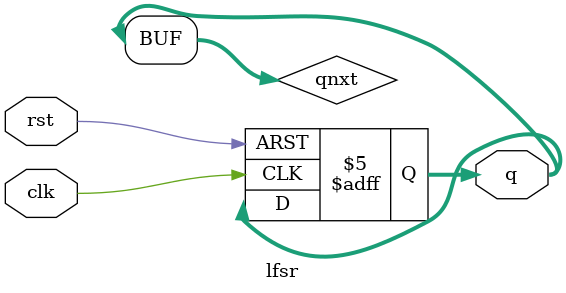
<source format=v>
`timescale 1ns / 1ps
module lfsr(input clk,rst,output [n-1:0] q);
parameter n=3;
reg [n-1:0]q,qnxt;
wire shift;
always @(posedge clk or negedge rst)
begin
if(~rst)
q<=1;
else
q<=qnxt;
end
always @(shift,q)
qnxt={shift,q[n-1:0]};
assign shift=q[2]^q[1];
endmodule

</source>
